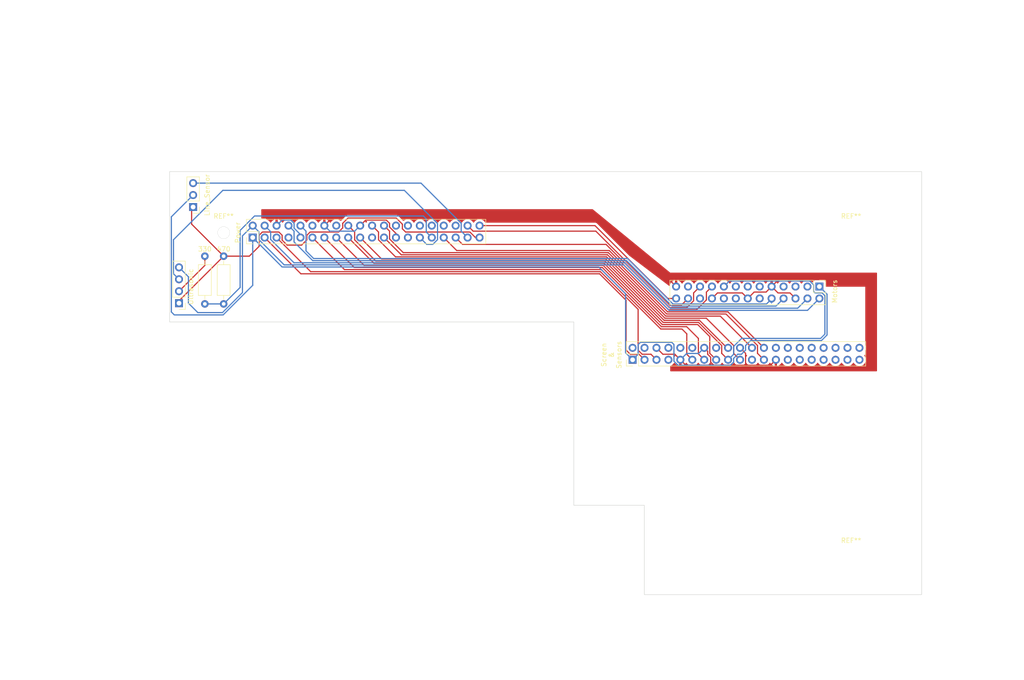
<source format=kicad_pcb>
(kicad_pcb (version 20221018) (generator pcbnew)
  (layers (0 "F.Cu" signal) (31 "B.Cu" signal) (34 "B.Paste" user) (35 "F.Paste" user) (36 "B.SilkS" user "B.Silkscreen") (37 "F.SilkS" user "F.Silkscreen") (38 "B.Mask" user) (39 "F.Mask" user) (44 "Edge.Cuts" user))
  (net 0 "")
  (net 1 "Net-(Ultrasonic_Holes1-Echo)")
  (net 2 "Net-(Ultrasonic_Holes1-VCC)")
  (net 3 "Net-(Line_Sensor_Holes1-VCC)")
  (net 25 "Net-(Line_Sensor_Holes1-Ground)")
  (net 39 "Net-(Raspberry_Pi1-GCLK2{slash}GPIO6)")
  (net 40 "Net-(Line_Sensor_Holes1-Out)")
  (net 41 "Net-(Motors_Header1-3V3_Power-Pad17)")
  (net 42 "Net-(Motors_Header1-5V_Power-Pad4)")
  (net 43 "Net-(Motors_Header1-GPIO_14)")
  (net 44 "Net-(Motors_Header1-GPIO_15)")
  (net 45 "Net-(Motors_Header1-Ground-Pad14)")
  (net 46 "Net-(Motors_Header1-GPIO_13)")
  (net 47 "Net-(Motors_Header1-GPIO_19)")
  (net 48 "Net-(Motors_Header1-GPIO_20)")
  (net 49 "Net-(Motors_Header1-GPIO_21)")
  (net 50 "Net-(Raspberry_Pi1-SDA{slash}GPIO2)")
  (net 51 "Net-(Raspberry_Pi1-SCL{slash}GPIO3)")
  (net 53 "Net-(Raspberry_Pi1-GPIO17)")
  (net 55 "Net-(Raspberry_Pi1-GPIO27)")
  (net 56 "Net-(Raspberry_Pi1-GPIO22)")
  (net 58 "Net-(Raspberry_Pi1-GPIO24)")
  (net 59 "Net-(Raspberry_Pi1-MOSI0{slash}GPIO10)")
  (net 61 "Net-(Raspberry_Pi1-GPIO25)")
  (net 62 "Net-(Raspberry_Pi1-SCLK0{slash}GPIO11)")
  (net 63 "Net-(Raspberry_Pi1-~{CE0}{slash}GPIO8)")
  (net 67 "Net-(Raspberry_Pi1-GCLK1{slash}GPIO5)")
  (footprint "Connector_PinHeader_2.54mm:PinHeader_1x04_P2.54mm_Vertical" (layer "F.Cu") (at 81 100 180)
    (fp_text reference "Ultrasonic" (at -2.5 3.5 90) (layer "F.SilkS"))
    (fp_text value "Conn_01x04_Socket")
    (fp_line (start -1.33 -1.33) (end 0 -1.33) (stroke (width 0.12)) (layer "F.SilkS"))
    (fp_line (start -1.33 0) (end -1.33 -1.33) (stroke (width 0.12)) (layer "F.SilkS"))
    (fp_line (start -1.33 1.27) (end -1.33 8.95) (stroke (width 0.12)) (layer "F.SilkS"))
    (fp_line (start -1.33 1.27) (end 1.33 1.27) (stroke (width 0.12)) (layer "F.SilkS"))
    (fp_line (start -1.33 8.95) (end 1.33 8.95) (stroke (width 0.12)) (layer "F.SilkS"))
    (fp_line (start 1.33 1.27) (end 1.33 8.95) (stroke (width 0.12)) (layer "F.SilkS"))
    (pad "1" thru_hole rect (at 0 0 180) (size 1.7 1.7) (drill 1) (layers "*.Cu" "*.Mask") (net 25 "Net-(Line_Sensor_Holes1-Ground)"))
    (pad "2" thru_hole oval (at 0 2.54 180) (size 1.7 1.7) (drill 1) (layers "*.Cu" "*.Mask") (net 1 "Net-(Ultrasonic_Holes1-Echo)"))
    (pad "3" thru_hole oval (at 0 5.08 180) (size 1.7 1.7) (drill 1) (layers "*.Cu" "*.Mask") (net 67 "Net-(Raspberry_Pi1-GCLK1{slash}GPIO5)"))
    (pad "4" thru_hole oval (at 0 7.62 180) (size 1.7 1.7) (drill 1) (layers "*.Cu" "*.Mask") (net 2 "Net-(Ultrasonic_Holes1-VCC)"))
  )
  (footprint "Connector_PinHeader_2.54mm:PinHeader_2x13_P2.54mm_Vertical" (layer "F.Cu") (at 217.24 96.46 -90)
    (fp_text reference "Motors" (at 1.04 -3.26 90) (layer "F.SilkS"))
    (fp_text value "Conn_02x13_Odd_Even" hide)
    (fp_line (start -1.33 -1.33) (end 0 -1.33) (stroke (width 0.12)) (layer "F.SilkS"))
    (fp_line (start -1.33 0) (end -1.33 -1.33) (stroke (width 0.12)) (layer "F.SilkS"))
    (fp_line (start -1.33 1.27) (end -1.33 31.81) (stroke (width 0.12)) (layer "F.SilkS"))
    (fp_line (start -1.33 1.27) (end 1.27 1.27) (stroke (width 0.12)) (layer "F.SilkS"))
    (fp_line (start -1.33 31.81) (end 3.87 31.81) (stroke (width 0.12)) (layer "F.SilkS"))
    (fp_line (start 1.27 -1.33) (end 3.87 -1.33) (stroke (width 0.12)) (layer "F.SilkS"))
    (fp_line (start 1.27 1.27) (end 1.27 -1.33) (stroke (width 0.12)) (layer "F.SilkS"))
    (fp_line (start 3.87 -1.33) (end 3.87 31.81) (stroke (width 0.12)) (layer "F.SilkS"))
    (pad "1" thru_hole rect (at 0 0 270) (size 1.7 1.7) (drill 1) (layers "*.Cu" "*.Mask") (net 3 "Net-(Line_Sensor_Holes1-VCC)"))
    (pad "2" thru_hole oval (at 2.54 0 270) (size 1.7 1.7) (drill 1) (layers "*.Cu" "*.Mask") (net 2 "Net-(Ultrasonic_Holes1-VCC)"))
    (pad "3" thru_hole oval (at 0 2.54 270) (size 1.7 1.7) (drill 1) (layers "*.Cu" "*.Mask"))
    (pad "4" thru_hole oval (at 2.54 2.54 270) (size 1.7 1.7) (drill 1) (layers "*.Cu" "*.Mask") (net 42 "Net-(Motors_Header1-5V_Power-Pad4)"))
    (pad "5" thru_hole oval (at 0 5.08 270) (size 1.7 1.7) (drill 1) (layers "*.Cu" "*.Mask"))
    (pad "6" thru_hole oval (at 2.54 5.08 270) (size 1.7 1.7) (drill 1) (layers "*.Cu" "*.Mask") (net 45 "Net-(Motors_Header1-Ground-Pad14)"))
    (pad "7" thru_hole oval (at 0 7.62 270) (size 1.7 1.7) (drill 1) (layers "*.Cu" "*.Mask"))
    (pad "8" thru_hole oval (at 2.54 7.62 270) (size 1.7 1.7) (drill 1) (layers "*.Cu" "*.Mask") (net 43 "Net-(Motors_Header1-GPIO_14)"))
    (pad "9" thru_hole oval (at 0 10.16 270) (size 1.7 1.7) (drill 1) (layers "*.Cu" "*.Mask") (net 45 "Net-(Motors_Header1-Ground-Pad14)"))
    (pad "10" thru_hole oval (at 2.54 10.16 270) (size 1.7 1.7) (drill 1) (layers "*.Cu" "*.Mask") (net 44 "Net-(Motors_Header1-GPIO_15)"))
    (pad "11" thru_hole oval (at 0 12.7 270) (size 1.7 1.7) (drill 1) (layers "*.Cu" "*.Mask"))
    (pad "12" thru_hole oval (at 2.54 12.7 270) (size 1.7 1.7) (drill 1) (layers "*.Cu" "*.Mask"))
    (pad "13" thru_hole oval (at 0 15.24 270) (size 1.7 1.7) (drill 1) (layers "*.Cu" "*.Mask"))
    (pad "14" thru_hole oval (at 2.54 15.24 270) (size 1.7 1.7) (drill 1) (layers "*.Cu" "*.Mask") (net 45 "Net-(Motors_Header1-Ground-Pad14)"))
    (pad "15" thru_hole oval (at 0 17.78 270) (size 1.7 1.7) (drill 1) (layers "*.Cu" "*.Mask"))
    (pad "16" thru_hole oval (at 2.54 17.78 270) (size 1.7 1.7) (drill 1) (layers "*.Cu" "*.Mask"))
    (pad "17" thru_hole oval (at 0 20.32 270) (size 1.7 1.7) (drill 1) (layers "*.Cu" "*.Mask") (net 41 "Net-(Motors_Header1-3V3_Power-Pad17)"))
    (pad "18" thru_hole oval (at 2.54 20.32 270) (size 1.7 1.7) (drill 1) (layers "*.Cu" "*.Mask"))
    (pad "19" thru_hole oval (at 0 22.86 270) (size 1.7 1.7) (drill 1) (layers "*.Cu" "*.Mask") (net 46 "Net-(Motors_Header1-GPIO_13)"))
    (pad "20" thru_hole oval (at 2.54 22.86 270) (size 1.7 1.7) (drill 1) (layers "*.Cu" "*.Mask") (net 45 "Net-(Motors_Header1-Ground-Pad14)"))
    (pad "21" thru_hole oval (at 0 25.4 270) (size 1.7 1.7) (drill 1) (layers "*.Cu" "*.Mask") (net 47 "Net-(Motors_Header1-GPIO_19)"))
    (pad "22" thru_hole oval (at 2.54 25.4 270) (size 1.7 1.7) (drill 1) (layers "*.Cu" "*.Mask"))
    (pad "23" thru_hole oval (at 0 27.94 270) (size 1.7 1.7) (drill 1) (layers "*.Cu" "*.Mask"))
    (pad "24" thru_hole oval (at 2.54 27.94 270) (size 1.7 1.7) (drill 1) (layers "*.Cu" "*.Mask") (net 48 "Net-(Motors_Header1-GPIO_20)"))
    (pad "25" thru_hole oval (at 0 30.48 270) (size 1.7 1.7) (drill 1) (layers "*.Cu" "*.Mask") (net 45 "Net-(Motors_Header1-Ground-Pad14)"))
    (pad "26" thru_hole oval (at 2.54 30.48 270) (size 1.7 1.7) (drill 1) (layers "*.Cu" "*.Mask") (net 49 "Net-(Motors_Header1-GPIO_21)"))
  )
  (footprint "Connector_PinHeader_2.54mm:PinHeader_2x20_P2.54mm_Vertical" (layer "F.Cu") (at 177.5 112.04 90)
    (fp_text reference "Screen_and_Sensor_Header1" hide)
    (fp_text value "Screen_and_Sensor" hide)
    (fp_line (start -1.33 -1.33) (end 0 -1.33) (stroke (width 0.12)) (layer "F.SilkS"))
    (fp_line (start -1.33 0) (end -1.33 -1.33) (stroke (width 0.12)) (layer "F.SilkS"))
    (fp_line (start -1.33 1.27) (end -1.33 49.59) (stroke (width 0.12)) (layer "F.SilkS"))
    (fp_line (start -1.33 1.27) (end 1.27 1.27) (stroke (width 0.12)) (layer "F.SilkS"))
    (fp_line (start -1.33 49.59) (end 3.87 49.59) (stroke (width 0.12)) (layer "F.SilkS"))
    (fp_line (start 1.27 -1.33) (end 3.87 -1.33) (stroke (width 0.12)) (layer "F.SilkS"))
    (fp_line (start 1.27 1.27) (end 1.27 -1.33) (stroke (width 0.12)) (layer "F.SilkS"))
    (fp_line (start 3.87 -1.33) (end 3.87 49.59) (stroke (width 0.12)) (layer "F.SilkS"))
    (pad "1" thru_hole rect (at 0 0 90) (size 1.7 1.7) (drill 1) (layers "*.Cu" "*.Mask") (net 3 "Net-(Line_Sensor_Holes1-VCC)"))
    (pad "2" thru_hole oval (at 2.54 0 90) (size 1.7 1.7) (drill 1) (layers "*.Cu" "*.Mask"))
    (pad "3" thru_hole oval (at 0 2.54 90) (size 1.7 1.7) (drill 1) (layers "*.Cu" "*.Mask") (net 50 "Net-(Raspberry_Pi1-SDA{slash}GPIO2)"))
    (pad "4" thru_hole oval (at 2.54 2.54 90) (size 1.7 1.7) (drill 1) (layers "*.Cu" "*.Mask"))
    (pad "5" thru_hole oval (at 0 5.08 90) (size 1.7 1.7) (drill 1) (layers "*.Cu" "*.Mask") (net 51 "Net-(Raspberry_Pi1-SCL{slash}GPIO3)"))
    (pad "6" thru_hole oval (at 2.54 5.08 90) (size 1.7 1.7) (drill 1) (layers "*.Cu" "*.Mask") (net 45 "Net-(Motors_Header1-Ground-Pad14)"))
    (pad "7" thru_hole oval (at 0 7.62 90) (size 1.7 1.7) (drill 1) (layers "*.Cu" "*.Mask"))
    (pad "8" thru_hole oval (at 2.54 7.62 90) (size 1.7 1.7) (drill 1) (layers "*.Cu" "*.Mask"))
    (pad "9" thru_hole oval (at 0 10.16 90) (size 1.7 1.7) (drill 1) (layers "*.Cu" "*.Mask") (net 45 "Net-(Motors_Header1-Ground-Pad14)"))
    (pad "10" thru_hole oval (at 2.54 10.16 90) (size 1.7 1.7) (drill 1) (layers "*.Cu" "*.Mask"))
    (pad "11" thru_hole oval (at 0 12.7 90) (size 1.7 1.7) (drill 1) (layers "*.Cu" "*.Mask") (net 53 "Net-(Raspberry_Pi1-GPIO17)"))
    (pad "12" thru_hole oval (at 2.54 12.7 90) (size 1.7 1.7) (drill 1) (layers "*.Cu" "*.Mask"))
    (pad "13" thru_hole oval (at 0 15.24 90) (size 1.7 1.7) (drill 1) (layers "*.Cu" "*.Mask") (net 55 "Net-(Raspberry_Pi1-GPIO27)"))
    (pad "14" thru_hole oval (at 2.54 15.24 90) (size 1.7 1.7) (drill 1) (layers "*.Cu" "*.Mask") (net 45 "Net-(Motors_Header1-Ground-Pad14)"))
    (pad "15" thru_hole oval (at 0 17.78 90) (size 1.7 1.7) (drill 1) (layers "*.Cu" "*.Mask") (net 56 "Net-(Raspberry_Pi1-GPIO22)"))
    (pad "16" thru_hole oval (at 2.54 17.78 90) (size 1.7 1.7) (drill 1) (layers "*.Cu" "*.Mask"))
    (pad "17" thru_hole oval (at 0 20.32 90) (size 1.7 1.7) (drill 1) (layers "*.Cu" "*.Mask") (net 41 "Net-(Motors_Header1-3V3_Power-Pad17)"))
    (pad "18" thru_hole oval (at 2.54 20.32 90) (size 1.7 1.7) (drill 1) (layers "*.Cu" "*.Mask") (net 58 "Net-(Raspberry_Pi1-GPIO24)"))
    (pad "19" thru_hole oval (at 0 22.86 90) (size 1.7 1.7) (drill 1) (layers "*.Cu" "*.Mask") (net 59 "Net-(Raspberry_Pi1-MOSI0{slash}GPIO10)"))
    (pad "20" thru_hole oval (at 2.54 22.86 90) (size 1.7 1.7) (drill 1) (layers "*.Cu" "*.Mask") (net 45 "Net-(Motors_Header1-Ground-Pad14)"))
    (pad "21" thru_hole oval (at 0 25.4 90) (size 1.7 1.7) (drill 1) (layers "*.Cu" "*.Mask"))
    (pad "22" thru_hole oval (at 2.54 25.4 90) (size 1.7 1.7) (drill 1) (layers "*.Cu" "*.Mask") (net 61 "Net-(Raspberry_Pi1-GPIO25)"))
    (pad "23" thru_hole oval (at 0 27.94 90) (size 1.7 1.7) (drill 1) (layers "*.Cu" "*.Mask") (net 62 "Net-(Raspberry_Pi1-SCLK0{slash}GPIO11)"))
    (pad "24" thru_hole oval (at 2.54 27.94 90) (size 1.7 1.7) (drill 1) (layers "*.Cu" "*.Mask") (net 63 "Net-(Raspberry_Pi1-~{CE0}{slash}GPIO8)"))
    (pad "25" thru_hole oval (at 0 30.48 90) (size 1.7 1.7) (drill 1) (layers "*.Cu" "*.Mask") (net 45 "Net-(Motors_Header1-Ground-Pad14)"))
    (pad "26" thru_hole oval (at 2.54 30.48 90) (size 1.7 1.7) (drill 1) (layers "*.Cu" "*.Mask"))
    (pad "27" thru_hole oval (at 0 33.02 90) (size 1.7 1.7) (drill 1) (layers "*.Cu" "*.Mask"))
    (pad "28" thru_hole oval (at 2.54 33.02 90) (size 1.7 1.7) (drill 1) (layers "*.Cu" "*.Mask"))
    (pad "29" thru_hole oval (at 0 35.56 90) (size 1.7 1.7) (drill 1) (layers "*.Cu" "*.Mask"))
    (pad "30" thru_hole oval (at 2.54 35.56 90) (size 1.7 1.7) (drill 1) (layers "*.Cu" "*.Mask"))
    (pad "31" thru_hole oval (at 0 38.1 90) (size 1.7 1.7) (drill 1) (layers "*.Cu" "*.Mask"))
    (pad "32" thru_hole oval (at 2.54 38.1 90) (size 1.7 1.7) (drill 1) (layers "*.Cu" "*.Mask"))
    (pad "33" thru_hole oval (at 0 40.64 90) (size 1.7 1.7) (drill 1) (layers "*.Cu" "*.Mask"))
    (pad "34" thru_hole oval (at 2.54 40.64 90) (size 1.7 1.7) (drill 1) (layers "*.Cu" "*.Mask"))
    (pad "35" thru_hole oval (at 0 43.18 90) (size 1.7 1.7) (drill 1) (layers "*.Cu" "*.Mask"))
    (pad "36" thru_hole oval (at 2.54 43.18 90) (size 1.7 1.7) (drill 1) (layers "*.Cu" "*.Mask"))
    (pad "37" thru_hole oval (at 0 45.72 90) (size 1.7 1.7) (drill 1) (layers "*.Cu" "*.Mask"))
    (pad "38" thru_hole oval (at 2.54 45.72 90) (size 1.7 1.7) (drill 1) (layers "*.Cu" "*.Mask"))
    (pad "39" thru_hole oval (at 0 48.26 90) (size 1.7 1.7) (drill 1) (layers "*.Cu" "*.Mask"))
    (pad "40" thru_hole oval (at 2.54 48.26 90) (size 1.7 1.7) (drill 1) (layers "*.Cu" "*.Mask"))
  )
  (footprint "Resistor_THT:R_Axial_DIN0207_L6.3mm_D2.5mm_P10.16mm_Horizontal" (layer "F.Cu") (at 90.5 100.16 90)
    (fp_text reference "470" (at 11.66 0 180) (layer "F.SilkS"))
    (fp_text value "R_Small")
    (fp_line (start 1.04 0) (end 1.81 0) (stroke (width 0.12)) (layer "F.SilkS"))
    (fp_line (start 1.81 -1.37) (end 1.81 1.37) (stroke (width 0.12)) (layer "F.SilkS"))
    (fp_line (start 1.81 1.37) (end 8.35 1.37) (stroke (width 0.12)) (layer "F.SilkS"))
    (fp_line (start 8.35 -1.37) (end 1.81 -1.37) (stroke (width 0.12)) (layer "F.SilkS"))
    (fp_line (start 8.35 1.37) (end 8.35 -1.37) (stroke (width 0.12)) (layer "F.SilkS"))
    (fp_line (start 9.12 0) (end 8.35 0) (stroke (width 0.12)) (layer "F.SilkS"))
    (pad "1" thru_hole circle (at 0 0 90) (size 1.6 1.6) (drill 0.8) (layers "*.Cu" "*.Mask") (net 39 "Net-(Raspberry_Pi1-GCLK2{slash}GPIO6)"))
    (pad "2" thru_hole oval (at 10.16 0 90) (size 1.6 1.6) (drill 0.8) (layers "*.Cu" "*.Mask") (net 25 "Net-(Line_Sensor_Holes1-Ground)"))
  )
  (footprint "MountingHole:MountingHole_2.5mm" (layer "F.Cu") (at 224 154)
    (fp_text reference "REF**" (at 0 -3.5) (layer "F.SilkS"))
    (fp_text value "MountingHole_2.5mm")
    (pad "" np_thru_hole circle (at 0 0) (size 2.5 2.5) (drill 2.5) (layers "*.Cu" "*.Mask"))
  )
  (footprint "Connector_PinHeader_2.54mm:PinHeader_2x20_P2.54mm_Vertical" (layer "F.Cu") (at 96.68 86.04 90)
    (fp_text reference "Raspberry_Pi1" hide)
    (fp_text value "Power" (at 1.04 -3.18 270) (layer "F.SilkS"))
    (fp_line (start -1.33 -1.33) (end 0 -1.33) (stroke (width 0.12)) (layer "F.SilkS"))
    (fp_line (start -1.33 0) (end -1.33 -1.33) (stroke (width 0.12)) (layer "F.SilkS"))
    (fp_line (start -1.33 1.27) (end -1.33 49.59) (stroke (width 0.12)) (layer "F.SilkS"))
    (fp_line (start -1.33 1.27) (end 1.27 1.27) (stroke (width 0.12)) (layer "F.SilkS"))
    (fp_line (start -1.33 49.59) (end 3.87 49.59) (stroke (width 0.12)) (layer "F.SilkS"))
    (fp_line (start 1.27 -1.33) (end 3.87 -1.33) (stroke (width 0.12)) (layer "F.SilkS"))
    (fp_line (start 1.27 1.27) (end 1.27 -1.33) (stroke (width 0.12)) (layer "F.SilkS"))
    (fp_line (start 3.87 -1.33) (end 3.87 49.59) (stroke (width 0.12)) (layer "F.SilkS"))
    (pad "1" thru_hole rect (at 0 0 90) (size 1.7 1.7) (drill 1) (layers "*.Cu" "*.Mask") (net 3 "Net-(Line_Sensor_Holes1-VCC)"))
    (pad "2" thru_hole oval (at 2.54 0 90) (size 1.7 1.7) (drill 1) (layers "*.Cu" "*.Mask") (net 2 "Net-(Ultrasonic_Holes1-VCC)"))
    (pad "3" thru_hole oval (at 0 2.54 90) (size 1.7 1.7) (drill 1) (layers "*.Cu" "*.Mask") (net 50 "Net-(Raspberry_Pi1-SDA{slash}GPIO2)"))
    (pad "4" thru_hole oval (at 2.54 2.54 90) (size 1.7 1.7) (drill 1) (layers "*.Cu" "*.Mask") (net 42 "Net-(Motors_Header1-5V_Power-Pad4)"))
    (pad "5" thru_hole oval (at 0 5.08 90) (size 1.7 1.7) (drill 1) (layers "*.Cu" "*.Mask") (net 51 "Net-(Raspberry_Pi1-SCL{slash}GPIO3)"))
    (pad "6" thru_hole oval (at 2.54 5.08 90) (size 1.7 1.7) (drill 1) (layers "*.Cu" "*.Mask") (net 45 "Net-(Motors_Header1-Ground-Pad14)"))
    (pad "7" thru_hole oval (at 0 7.62 90) (size 1.7 1.7) (drill 1) (layers "*.Cu" "*.Mask"))
    (pad "8" thru_hole oval (at 2.54 7.62 90) (size 1.7 1.7) (drill 1) (layers "*.Cu" "*.Mask") (net 43 "Net-(Motors_Header1-GPIO_14)"))
    (pad "9" thru_hole oval (at 0 10.16 90) (size 1.7 1.7) (drill 1) (layers "*.Cu" "*.Mask") (net 45 "Net-(Motors_Header1-Ground-Pad14)"))
    (pad "10" thru_hole oval (at 2.54 10.16 90) (size 1.7 1.7) (drill 1) (layers "*.Cu" "*.Mask") (net 44 "Net-(Motors_Header1-GPIO_15)"))
    (pad "11" thru_hole oval (at 0 12.7 90) (size 1.7 1.7) (drill 1) (layers "*.Cu" "*.Mask") (net 53 "Net-(Raspberry_Pi1-GPIO17)"))
    (pad "12" thru_hole oval (at 2.54 12.7 90) (size 1.7 1.7) (drill 1) (layers "*.Cu" "*.Mask"))
    (pad "13" thru_hole oval (at 0 15.24 90) (size 1.7 1.7) (drill 1) (layers "*.Cu" "*.Mask") (net 55 "Net-(Raspberry_Pi1-GPIO27)"))
    (pad "14" thru_hole oval (at 2.54 15.24 90) (size 1.7 1.7) (drill 1) (layers "*.Cu" "*.Mask") (net 45 "Net-(Motors_Header1-Ground-Pad14)"))
    (pad "15" thru_hole oval (at 0 17.78 90) (size 1.7 1.7) (drill 1) (layers "*.Cu" "*.Mask") (net 56 "Net-(Raspberry_Pi1-GPIO22)"))
    (pad "16" thru_hole oval (at 2.54 17.78 90) (size 1.7 1.7) (drill 1) (layers "*.Cu" "*.Mask"))
    (pad "17" thru_hole oval (at 0 20.32 90) (size 1.7 1.7) (drill 1) (layers "*.Cu" "*.Mask") (net 41 "Net-(Motors_Header1-3V3_Power-Pad17)"))
    (pad "18" thru_hole oval (at 2.54 20.32 90) (size 1.7 1.7) (drill 1) (layers "*.Cu" "*.Mask") (net 58 "Net-(Raspberry_Pi1-GPIO24)"))
    (pad "19" thru_hole oval (at 0 22.86 90) (size 1.7 1.7) (drill 1) (layers "*.Cu" "*.Mask") (net 59 "Net-(Raspberry_Pi1-MOSI0{slash}GPIO10)"))
    (pad "20" thru_hole oval (at 2.54 22.86 90) (size 1.7 1.7) (drill 1) (layers "*.Cu" "*.Mask") (net 45 "Net-(Motors_Header1-Ground-Pad14)"))
    (pad "21" thru_hole oval (at 0 25.4 90) (size 1.7 1.7) (drill 1) (layers "*.Cu" "*.Mask"))
    (pad "22" thru_hole oval (at 2.54 25.4 90) (size 1.7 1.7) (drill 1) (layers "*.Cu" "*.Mask") (net 61 "Net-(Raspberry_Pi1-GPIO25)"))
    (pad "23" thru_hole oval (at 0 27.94 90) (size 1.7 1.7) (drill 1) (layers "*.Cu" "*.Mask") (net 62 "Net-(Raspberry_Pi1-SCLK0{slash}GPIO11)"))
    (pad "24" thru_hole oval (at 2.54 27.94 90) (size 1.7 1.7) (drill 1) (layers "*.Cu" "*.Mask") (net 63 "Net-(Raspberry_Pi1-~{CE0}{slash}GPIO8)"))
    (pad "25" thru_hole oval (at 0 30.48 90) (size 1.7 1.7) (drill 1) (layers "*.Cu" "*.Mask") (net 45 "Net-(Motors_Header1-Ground-Pad14)"))
    (pad "26" thru_hole oval (at 2.54 30.48 90) (size 1.7 1.7) (drill 1) (layers "*.Cu" "*.Mask"))
    (pad "27" thru_hole oval (at 0 33.02 90) (size 1.7 1.7) (drill 1) (layers "*.Cu" "*.Mask"))
    (pad "28" thru_hole oval (at 2.54 33.02 90) (size 1.7 1.7) (drill 1) (layers "*.Cu" "*.Mask"))
    (pad "29" thru_hole oval (at 0 35.56 90) (size 1.7 1.7) (drill 1) (layers "*.Cu" "*.Mask") (net 67 "Net-(Raspberry_Pi1-GCLK1{slash}GPIO5)"))
    (pad "30" thru_hole oval (at 2.54 35.56 90) (size 1.7 1.7) (drill 1) (layers "*.Cu" "*.Mask"))
    (pad "31" thru_hole oval (at 0 38.1 90) (size 1.7 1.7) (drill 1) (layers "*.Cu" "*.Mask") (net 39 "Net-(Raspberry_Pi1-GCLK2{slash}GPIO6)"))
    (pad "32" thru_hole oval (at 2.54 38.1 90) (size 1.7 1.7) (drill 1) (layers "*.Cu" "*.Mask"))
    (pad "33" thru_hole oval (at 0 40.64 90) (size 1.7 1.7) (drill 1) (layers "*.Cu" "*.Mask") (net 46 "Net-(Motors_Header1-GPIO_13)"))
    (pad "34" thru_hole oval (at 2.54 40.64 90) (size 1.7 1.7) (drill 1) (layers "*.Cu" "*.Mask"))
    (pad "35" thru_hole oval (at 0 43.18 90) (size 1.7 1.7) (drill 1) (layers "*.Cu" "*.Mask") (net 47 "Net-(Motors_Header1-GPIO_19)"))
    (pad "36" thru_hole oval (at 2.54 43.18 90) (size 1.7 1.7) (drill 1) (layers "*.Cu" "*.Mask"))
    (pad "37" thru_hole oval (at 0 45.72 90) (size 1.7 1.7) (drill 1) (layers "*.Cu" "*.Mask") (net 40 "Net-(Line_Sensor_Holes1-Out)"))
    (pad "38" thru_hole oval (at 2.54 45.72 90) (size 1.7 1.7) (drill 1) (layers "*.Cu" "*.Mask") (net 48 "Net-(Motors_Header1-GPIO_20)"))
    (pad "39" thru_hole oval (at 0 48.26 90) (size 1.7 1.7) (drill 1) (layers "*.Cu" "*.Mask") (net 25 "Net-(Line_Sensor_Holes1-Ground)"))
    (pad "40" thru_hole oval (at 2.54 48.26 90) (size 1.7 1.7) (drill 1) (layers "*.Cu" "*.Mask") (net 49 "Net-(Motors_Header1-GPIO_21)"))
  )
  (footprint "Resistor_THT:R_Axial_DIN0207_L6.3mm_D2.5mm_P10.16mm_Horizontal" (layer "F.Cu") (at 86.5 100.16 90)
    (fp_text reference "330" (at 11.66 0 180) (layer "F.SilkS"))
    (fp_text value "R_Small")
    (fp_line (start 1.04 0) (end 1.81 0) (stroke (width 0.12)) (layer "F.SilkS"))
    (fp_line (start 1.81 -1.37) (end 1.81 1.37) (stroke (width 0.12)) (layer "F.SilkS"))
    (fp_line (start 1.81 1.37) (end 8.35 1.37) (stroke (width 0.12)) (layer "F.SilkS"))
    (fp_line (start 8.35 -1.37) (end 1.81 -1.37) (stroke (width 0.12)) (layer "F.SilkS"))
    (fp_line (start 8.35 1.37) (end 8.35 -1.37) (stroke (width 0.12)) (layer "F.SilkS"))
    (fp_line (start 9.12 0) (end 8.35 0) (stroke (width 0.12)) (layer "F.SilkS"))
    (pad "1" thru_hole circle (at 0 0 90) (size 1.6 1.6) (drill 0.8) (layers "*.Cu" "*.Mask") (net 39 "Net-(Raspberry_Pi1-GCLK2{slash}GPIO6)"))
    (pad "2" thru_hole oval (at 10.16 0 90) (size 1.6 1.6) (drill 0.8) (layers "*.Cu" "*.Mask") (net 1 "Net-(Ultrasonic_Holes1-Echo)"))
  )
  (footprint "MountingHole:MountingHole_2.5mm" (layer "F.Cu") (at 90.5 85)
    (fp_text reference "REF**" (at 0 -3.5) (layer "F.SilkS"))
    (fp_text value "MountingHole_2.5mm")
    (pad "" np_thru_hole circle (at 0 0) (size 2.5 2.5) (drill 2.5) (layers "*.Cu" "*.Mask"))
  )
  (footprint "Connector_PinHeader_2.54mm:PinHeader_1x03_P2.54mm_Vertical" (layer "F.Cu") (at 84 79.54 180)
    (fp_text reference "Line_Sensor" (at -3 2.54 90) (layer "F.SilkS"))
    (fp_text value "Conn_01x03_Socket")
    (fp_line (start -1.33 -1.33) (end 0 -1.33) (stroke (width 0.12)) (layer "F.SilkS"))
    (fp_line (start -1.33 0) (end -1.33 -1.33) (stroke (width 0.12)) (layer "F.SilkS"))
    (fp_line (start -1.33 1.27) (end -1.33 6.41) (stroke (width 0.12)) (layer "F.SilkS"))
    (fp_line (start -1.33 1.27) (end 1.33 1.27) (stroke (width 0.12)) (layer "F.SilkS"))
    (fp_line (start -1.33 6.41) (end 1.33 6.41) (stroke (width 0.12)) (layer "F.SilkS"))
    (fp_line (start 1.33 1.27) (end 1.33 6.41) (stroke (width 0.12)) (layer "F.SilkS"))
    (pad "1" thru_hole rect (at 0 0 180) (size 1.7 1.7) (drill 1) (layers "*.Cu" "*.Mask") (net 25 "Net-(Line_Sensor_Holes1-Ground)"))
    (pad "2" thru_hole oval (at 0 2.54 180) (size 1.7 1.7) (drill 1) (layers "*.Cu" "*.Mask") (net 3 "Net-(Line_Sensor_Holes1-VCC)"))
    (pad "3" thru_hole oval (at 0 5.08 180) (size 1.7 1.7) (drill 1) (layers "*.Cu" "*.Mask") (net 40 "Net-(Line_Sensor_Holes1-Out)"))
  )
  (footprint "MountingHole:MountingHole_2.5mm" (layer "F.Cu") (at 224 85)
    (fp_text reference "REF**" (at 0 -3.5) (layer "F.SilkS"))
    (fp_text value "MountingHole_2.5mm")
    (pad "" np_thru_hole circle (at 0 0) (size 2.5 2.5) (drill 2.5) (layers "*.Cu" "*.Mask"))
  )
  (gr_poly (pts (xy 79 104) (xy 165 104) (xy 165 143) (xy 180 143) (xy 180 162) (xy 239 162) (xy 239 72) (xy 79 72)) (stroke (width 0.1)) (fill none) (layer "Edge.Cuts"))
  (gr_circle (center 90.5 85) (end 91.75 85) (stroke (width 0.1)) (fill none) (layer "Edge.Cuts"))
  (gr_text "Screen\n&\nSensors" (at 173 111 90) (layer "F.SilkS") (effects (font (size 1 1))))
  (segment (start 86.5 91.96) (end 81 97.46) (width 0.25) (layer "F.Cu") (net 1))
  (segment (start 86.5 90) (end 86.5 91.96) (width 0.25) (layer "F.Cu") (net 1))
  (segment (start 98 84.82) (end 98 86.481701) (width 0.25) (layer "B.Cu") (net 2))
  (segment (start 90.250991 102) (end 85 102) (width 0.25) (layer "B.Cu") (net 2))
  (segment (start 83 94.38) (end 81 92.38) (width 0.25) (layer "B.Cu") (net 2))
  (segment (start 85 102) (end 83 100) (width 0.25) (layer "B.Cu") (net 2))
  (segment (start 214.715 101.525) (end 217.24 99) (width 0.25) (layer "B.Cu") (net 2))
  (segment (start 175.6 91.85) (end 185.275 101.525) (width 0.25) (layer "B.Cu") (net 2))
  (segment (start 96.68 83.5) (end 98 84.82) (width 0.25) (layer "B.Cu") (net 2))
  (segment (start 98 86.481701) (end 103.368299 91.85) (width 0.25) (layer "B.Cu") (net 2))
  (segment (start 185.275 101.525) (end 214.715 101.525) (width 0.25) (layer "B.Cu") (net 2))
  (segment (start 96.68 83.5) (end 94.5 85.68) (width 0.25) (layer "B.Cu") (net 2))
  (segment (start 94.5 85.68) (end 94.5 97.750991) (width 0.25) (layer "B.Cu") (net 2))
  (segment (start 94.5 97.750991) (end 90.250991 102) (width 0.25) (layer "B.Cu") (net 2))
  (segment (start 103.368299 91.85) (end 175.6 91.85) (width 0.25) (layer "B.Cu") (net 2))
  (segment (start 83 100) (end 83 94.38) (width 0.25) (layer "B.Cu") (net 2))
  (segment (start 102.94 92.3) (end 170.3 92.3) (width 0.25) (layer "B.Cu") (net 3))
  (segment (start 170.3 92.3) (end 176 98) (width 0.25) (layer "B.Cu") (net 3))
  (segment (start 90.387387 102.5) (end 96.68 96.207387) (width 0.25) (layer "B.Cu") (net 3))
  (segment (start 96.68 96.207387) (end 96.68 86.04) (width 0.25) (layer "B.Cu") (net 3))
  (segment (start 179.175001 108.325) (end 178.675 108.825001) (width 0.25) (layer "B.Cu") (net 3))
  (segment (start 217.24 96.46) (end 218.865 98.085) (width 0.25) (layer "B.Cu") (net 3))
  (segment (start 79.375 81.625) (end 79.375 101.875) (width 0.25) (layer "B.Cu") (net 3))
  (segment (start 178.675 108.825001) (end 178.675 110.865) (width 0.25) (layer "B.Cu") (net 3))
  (segment (start 84 77) (end 79.375 81.625) (width 0.25) (layer "B.Cu") (net 3))
  (segment (start 217.686396 107.95) (end 202.598299 107.95) (width 0.25) (layer "B.Cu") (net 3))
  (segment (start 187.173299 113.215) (end 186.295 112.336701) (width 0.25) (layer "B.Cu") (net 3))
  (segment (start 80 102.5) (end 90.387387 102.5) (width 0.25) (layer "B.Cu") (net 3))
  (segment (start 96.68 86.04) (end 102.94 92.3) (width 0.25) (layer "B.Cu") (net 3))
  (segment (start 201.535 109.986701) (end 200.656701 110.865) (width 0.25) (layer "B.Cu") (net 3))
  (segment (start 176 98) (end 176 110.54) (width 0.25) (layer "B.Cu") (net 3))
  (segment (start 185.825 108.325) (end 179.175001 108.325) (width 0.25) (layer "B.Cu") (net 3))
  (segment (start 186.295 108.795) (end 185.825 108.325) (width 0.25) (layer "B.Cu") (net 3))
  (segment (start 200.656701 110.865) (end 199.873299 110.865) (width 0.25) (layer "B.Cu") (net 3))
  (segment (start 218.865 98.085) (end 218.865 106.771396) (width 0.25) (layer "B.Cu") (net 3))
  (segment (start 178.675 110.865) (end 177.5 112.04) (width 0.25) (layer "B.Cu") (net 3))
  (segment (start 186.295 112.336701) (end 186.295 108.795) (width 0.25) (layer "B.Cu") (net 3))
  (segment (start 198.995 111.743299) (end 198.995 112.526701) (width 0.25) (layer "B.Cu") (net 3))
  (segment (start 79.375 101.875) (end 80 102.5) (width 0.25) (layer "B.Cu") (net 3))
  (segment (start 218.865 106.771396) (end 217.686396 107.95) (width 0.25) (layer "B.Cu") (net 3))
  (segment (start 176 110.54) (end 177.5 112.04) (width 0.25) (layer "B.Cu") (net 3))
  (segment (start 198.995 112.526701) (end 198.306701 113.215) (width 0.25) (layer "B.Cu") (net 3))
  (segment (start 202.598299 107.95) (end 201.535 109.013299) (width 0.25) (layer "B.Cu") (net 3))
  (segment (start 198.306701 113.215) (end 187.173299 113.215) (width 0.25) (layer "B.Cu") (net 3))
  (segment (start 201.535 109.013299) (end 201.535 109.986701) (width 0.25) (layer "B.Cu") (net 3))
  (segment (start 199.873299 110.865) (end 198.995 111.743299) (width 0.25) (layer "B.Cu") (net 3))
  (segment (start 90.5 90) (end 83.681802 83.181802) (width 0.25) (layer "F.Cu") (net 25))
  (segment (start 142.886701 84.865) (end 144.061701 86.04) (width 0.25) (layer "F.Cu") (net 25))
  (segment (start 144.061701 86.04) (end 144.94 86.04) (width 0.25) (layer "F.Cu") (net 25))
  (segment (start 81 99.5) (end 90.5 90) (width 0.25) (layer "F.Cu") (net 25))
  (segment (start 102.935 86.578604) (end 104.004594 87.648198) (width 0.25) (layer "F.Cu") (net 25))
  (segment (start 114.946701 84.865) (end 115.825 83.986701) (width 0.25) (layer "F.Cu") (net 25))
  (segment (start 128.525 83.203299) (end 128.525 84.176701) (width 0.25) (layer "F.Cu") (net 25))
  (segment (start 115.825 83.986701) (end 115.825 83.013299) (width 0.25) (layer "F.Cu") (net 25))
  (segment (start 115.825 83.013299) (end 116.963299 81.875) (width 0.25) (layer "F.Cu") (net 25))
  (segment (start 98.045 87.903299) (end 98.045 85.553299) (width 0.25) (layer "F.Cu") (net 25))
  (segment (start 102.246701 84.865) (end 102.935 85.553299) (width 0.25) (layer "F.Cu") (net 25))
  (segment (start 129.213299 84.865) (end 142.886701 84.865) (width 0.25) (layer "F.Cu") (net 25))
  (segment (start 83.681802 83.181802) (end 83.681802 79.858198) (width 0.25) (layer "F.Cu") (net 25))
  (segment (start 104.004594 87.648198) (end 107.083503 87.648198) (width 0.25) (layer "F.Cu") (net 25))
  (segment (start 98.733299 84.865) (end 102.246701 84.865) (width 0.25) (layer "F.Cu") (net 25))
  (segment (start 128.525 84.176701) (end 129.213299 84.865) (width 0.25) (layer "F.Cu") (net 25))
  (segment (start 102.935 85.553299) (end 102.935 86.578604) (width 0.25) (layer "F.Cu") (net 25))
  (segment (start 108.205 85.553299) (end 108.893299 84.865) (width 0.25) (layer "F.Cu") (net 25))
  (segment (start 81 100) (end 81 99.5) (width 0.25) (layer "F.Cu") (net 25))
  (segment (start 108.205 86.526701) (end 108.205 85.553299) (width 0.25) (layer "F.Cu") (net 25))
  (segment (start 90.5 90) (end 95.948299 90) (width 0.25) (layer "F.Cu") (net 25))
  (segment (start 108.893299 84.865) (end 114.946701 84.865) (width 0.25) (layer "F.Cu") (net 25))
  (segment (start 98.045 85.553299) (end 98.733299 84.865) (width 0.25) (layer "F.Cu") (net 25))
  (segment (start 95.948299 90) (end 98.045 87.903299) (width 0.25) (layer "F.Cu") (net 25))
  (segment (start 116.963299 81.875) (end 127.196701 81.875) (width 0.25) (layer "F.Cu") (net 25))
  (segment (start 107.083503 87.648198) (end 108.205 86.526701) (width 0.25) (layer "F.Cu") (net 25))
  (segment (start 127.196701 81.875) (end 128.525 83.203299) (width 0.25) (layer "F.Cu") (net 25))
  (segment (start 86.5 100.16) (end 90.5 100.16) (width 0.25) (layer "B.Cu") (net 39))
  (segment (start 134.78 86.04) (end 133.605 84.865) (width 0.25) (layer "B.Cu") (net 39))
  (segment (start 97.068299 81.45) (end 94 84.518299) (width 0.25) (layer "B.Cu") (net 39))
  (segment (start 94 96.66) (end 90.5 100.16) (width 0.25) (layer "B.Cu") (net 39))
  (segment (start 94 84.518299) (end 94 96.66) (width 0.25) (layer "B.Cu") (net 39))
  (segment (start 133 81.45) (end 97.068299 81.45) (width 0.25) (layer "B.Cu") (net 39))
  (segment (start 133.605 82.055) (end 133 81.45) (width 0.25) (layer "B.Cu") (net 39))
  (segment (start 133.605 84.865) (end 133.605 82.055) (width 0.25) (layer "B.Cu") (net 39))
  (segment (start 84 74.46) (end 132.481701 74.46) (width 0.25) (layer "B.Cu") (net 40))
  (segment (start 141.035 83.013299) (end 141.035 84.675) (width 0.25) (layer "B.Cu") (net 40))
  (segment (start 132.481701 74.46) (end 141.035 83.013299) (width 0.25) (layer "B.Cu") (net 40))
  (segment (start 141.035 84.675) (end 142.4 86.04) (width 0.25) (layer "B.Cu") (net 40))
  (segment (start 122.455406 91.495406) (end 171.404238 91.495406) (width 0.25) (layer "F.Cu") (net 41))
  (segment (start 171.404238 91.495406) (end 184.008832 104.1) (width 0.25) (layer "F.Cu") (net 41))
  (segment (start 196.455 110.675) (end 197.82 112.04) (width 0.25) (layer "F.Cu") (net 41))
  (segment (start 196.455 109.013299) (end 196.455 110.675) (width 0.25) (layer "F.Cu") (net 41))
  (segment (start 117 86.04) (end 122.455406 91.495406) (width 0.25) (layer "F.Cu") (net 41))
  (segment (start 184.008832 104.1) (end 191.541701 104.1) (width 0.25) (layer "F.Cu") (net 41))
  (segment (start 191.541701 104.1) (end 196.455 109.013299) (width 0.25) (layer "F.Cu") (net 41))
  (segment (start 198.995 110.865) (end 197.82 112.04) (width 0.25) (layer "B.Cu") (net 41))
  (segment (start 217.825 97.825) (end 218.415 98.415) (width 0.25) (layer "B.Cu") (net 41))
  (segment (start 198.995 109.203299) (end 198.995 110.865) (width 0.25) (layer "B.Cu") (net 41))
  (segment (start 216 97.5) (end 216.325 97.825) (width 0.25) (layer "B.Cu") (net 41))
  (segment (start 217.5 107.5) (end 200.698299 107.5) (width 0.25) (layer "B.Cu") (net 41))
  (segment (start 216 96.098299) (end 216 97.5) (width 0.25) (layer "B.Cu") (net 41))
  (segment (start 218.415 98.415) (end 218.415 106.585) (width 0.25) (layer "B.Cu") (net 41))
  (segment (start 218.415 106.585) (end 217.5 107.5) (width 0.25) (layer "B.Cu") (net 41))
  (segment (start 196.92 96.46) (end 198.095 95.285) (width 0.25) (layer "B.Cu") (net 41))
  (segment (start 198.095 95.285) (end 215.186701 95.285) (width 0.25) (layer "B.Cu") (net 41))
  (segment (start 215.186701 95.285) (end 216 96.098299) (width 0.25) (layer "B.Cu") (net 41))
  (segment (start 216.325 97.825) (end 217.825 97.825) (width 0.25) (layer "B.Cu") (net 41))
  (segment (start 200.698299 107.5) (end 198.995 109.203299) (width 0.25) (layer "B.Cu") (net 41))
  (segment (start 175.9 91.4) (end 185.575 101.075) (width 0.25) (layer "B.Cu") (net 42))
  (segment (start 100.5 86.441701) (end 105.458299 91.4) (width 0.25) (layer "B.Cu") (net 42))
  (segment (start 185.575 101.075) (end 212.625 101.075) (width 0.25) (layer "B.Cu") (net 42))
  (segment (start 212.625 101.075) (end 214.7 99) (width 0.25) (layer "B.Cu") (net 42))
  (segment (start 100.5 84.78) (end 100.5 86.441701) (width 0.25) (layer "B.Cu") (net 42))
  (segment (start 99.22 83.5) (end 100.5 84.78) (width 0.25) (layer "B.Cu") (net 42))
  (segment (start 105.458299 91.4) (end 175.9 91.4) (width 0.25) (layer "B.Cu") (net 42))
  (segment (start 185.897792 100.625) (end 176.222792 90.95) (width 0.25) (layer "B.Cu") (net 43))
  (segment (start 109.451903 90.95) (end 105.475 86.973097) (width 0.25) (layer "B.Cu") (net 43))
  (segment (start 105.475 84.675) (end 104.3 83.5) (width 0.25) (layer "B.Cu") (net 43))
  (segment (start 207.995 100.625) (end 185.897792 100.625) (width 0.25) (layer "B.Cu") (net 43))
  (segment (start 209.62 99) (end 207.995 100.625) (width 0.25) (layer "B.Cu") (net 43))
  (segment (start 105.475 86.973097) (end 105.475 84.675) (width 0.25) (layer "B.Cu") (net 43))
  (segment (start 176.222792 90.95) (end 109.451903 90.95) (width 0.25) (layer "B.Cu") (net 43))
  (segment (start 207.08 99) (end 207.08 99.92) (width 0.25) (layer "B.Cu") (net 44))
  (segment (start 109.638299 90.5) (end 108.015 88.876701) (width 0.25) (layer "B.Cu") (net 44))
  (segment (start 108.015 84.675) (end 106.84 83.5) (width 0.25) (layer "B.Cu") (net 44))
  (segment (start 176.409188 90.5) (end 109.638299 90.5) (width 0.25) (layer "B.Cu") (net 44))
  (segment (start 108.015 88.876701) (end 108.015 84.675) (width 0.25) (layer "B.Cu") (net 44))
  (segment (start 206.66 99.5) (end 205.985 100.175) (width 0.25) (layer "B.Cu") (net 44))
  (segment (start 207.08 99.92) (end 206.66 99.5) (width 0.25) (layer "B.Cu") (net 44))
  (segment (start 186.084188 100.175) (end 176.409188 90.5) (width 0.25) (layer "B.Cu") (net 44))
  (segment (start 205.985 100.175) (end 186.084188 100.175) (width 0.25) (layer "B.Cu") (net 44))
  (segment (start 203.365 97.635) (end 205.905 97.635) (width 0.25) (layer "F.Cu") (net 45))
  (segment (start 185.8 95.5) (end 185 95.5) (width 0.25) (layer "F.Cu") (net 45))
  (segment (start 111.92 83.5) (end 112.92 82.5) (width 0.25) (layer "F.Cu") (net 45))
  (segment (start 208.445 97.825) (end 207.08 96.46) (width 0.25) (layer "F.Cu") (net 45))
  (segment (start 212.16 99) (end 210.985 97.825) (width 0.25) (layer "F.Cu") (net 45))
  (segment (start 112.92 82.5) (end 113 82.5) (width 0.25) (layer "F.Cu") (net 45))
  (segment (start 201.535 112.965) (end 201.535 110.675) (width 0.25) (layer "F.Cu") (net 45))
  (segment (start 202 99) (end 203.365 97.635) (width 0.25) (layer "F.Cu") (net 45))
  (segment (start 194.38 99) (end 195.555 97.825) (width 0.25) (layer "F.Cu") (net 45))
  (segment (start 194.105 112.526701) (end 194.105 111.501396) (width 0.25) (layer "F.Cu") (net 45))
  (segment (start 194.105 112.526701) (end 194.793299 113.215) (width 0.25) (layer "F.Cu") (net 45))
  (segment (start 194.793299 113.215) (end 195.5 113.215) (width 0.25) (layer "F.Cu") (net 45))
  (segment (start 125.795 83.796701) (end 125.795 83.013299) (width 0.25) (layer "F.Cu") (net 45))
  (segment (start 188.835 113.215) (end 195.5 113.215) (width 0.25) (layer "F.Cu") (net 45))
  (segment (start 182.58 109.5) (end 183.945 110.865) (width 0.25) (layer "F.Cu") (net 45))
  (segment (start 208.5 95.04) (end 208.5 95) (width 0.25) (layer "F.Cu") (net 45))
  (segment (start 201.535 110.675) (end 200.36 109.5) (width 0.25) (layer "F.Cu") (net 45))
  (segment (start 205.905 97.635) (end 207.08 96.46) (width 0.25) (layer "F.Cu") (net 45))
  (segment (start 195.5 113.215) (end 201.285 113.215) (width 0.25) (layer "F.Cu") (net 45))
  (segment (start 195.555 97.825) (end 200.825 97.825) (width 0.25) (layer "F.Cu") (net 45))
  (segment (start 193.465 110.861396) (end 193.465 110.225) (width 0.25) (layer "F.Cu") (net 45))
  (segment (start 183.945 110.865) (end 186.485 110.865) (width 0.25) (layer "F.Cu") (net 45))
  (segment (start 120.715 82.325) (end 119.54 83.5) (width 0.25) (layer "F.Cu") (net 45))
  (segment (start 201.535 112.965) (end 201.785 113.215) (width 0.25) (layer "F.Cu") (net 45))
  (segment (start 127.16 85.161701) (end 125.795 83.796701) (width 0.25) (layer "F.Cu") (net 45))
  (segment (start 200.825 97.825) (end 202 99) (width 0.25) (layer "F.Cu") (net 45))
  (segment (start 194.105 111.501396) (end 193.465 110.861396) (width 0.25) (layer "F.Cu") (net 45))
  (segment (start 206.805 113.215) (end 207.98 112.04) (width 0.25) (layer "F.Cu") (net 45))
  (segment (start 186.76 96.46) (end 185.8 95.5) (width 0.25) (layer "F.Cu") (net 45))
  (segment (start 201.285 113.215) (end 201.535 112.965) (width 0.25) (layer "F.Cu") (net 45))
  (segment (start 186.485 110.865) (end 187.66 112.04) (width 0.25) (layer "F.Cu") (net 45))
  (segment (start 210.985 97.825) (end 208.445 97.825) (width 0.25) (layer "F.Cu") (net 45))
  (segment (start 193.465 110.225) (end 192.74 109.5) (width 0.25) (layer "F.Cu") (net 45))
  (segment (start 187.66 112.04) (end 188.835 113.215) (width 0.25) (layer "F.Cu") (net 45))
  (segment (start 125.106701 82.325) (end 120.715 82.325) (width 0.25) (layer "F.Cu") (net 45))
  (segment (start 127.16 86.04) (end 127.16 85.161701) (width 0.25) (layer "F.Cu") (net 45))
  (segment (start 201.785 113.215) (end 206.805 113.215) (width 0.25) (layer "F.Cu") (net 45))
  (segment (start 207.08 96.46) (end 208.5 95.04) (width 0.25) (layer "F.Cu") (net 45))
  (segment (start 125.795 83.013299) (end 125.106701 82.325) (width 0.25) (layer "F.Cu") (net 45))
  (segment (start 192.74 109.5) (end 191.54 110.7) (width 0.25) (layer "B.Cu") (net 45))
  (segment (start 106.84 86.04) (end 106.84 85.403604) (width 0.25) (layer "B.Cu") (net 45))
  (segment (start 102.935 82.325) (end 101.76 83.5) (width 0.25) (layer "B.Cu") (net 45))
  (segment (start 106.84 85.403604) (end 105.475 84.038604) (width 0.25) (layer "B.Cu") (net 45))
  (segment (start 118.365 84.675) (end 113.095 84.675) (width 0.25) (layer "B.Cu") (net 45))
  (segment (start 104.786701 82.325) (end 102.935 82.325) (width 0.25) (layer "B.Cu") (net 45))
  (segment (start 191.54 110.7) (end 189 110.7) (width 0.25) (layer "B.Cu") (net 45))
  (segment (start 189 110.7) (end 187.66 112.04) (width 0.25) (layer "B.Cu") (net 45))
  (segment (start 113.095 84.675) (end 111.92 83.5) (width 0.25) (layer "B.Cu") (net 45))
  (segment (start 119.54 83.5) (end 118.365 84.675) (width 0.25) (layer "B.Cu") (net 45))
  (segment (start 105.475 83.013299) (end 104.786701 82.325) (width 0.25) (layer "B.Cu") (net 45))
  (segment (start 105.475 84.038604) (end 105.475 83.013299) (width 0.25) (layer "B.Cu") (net 45))
  (segment (start 191.101701 101.4) (end 185.127208 101.4) (width 0.25) (layer "F.Cu") (net 46))
  (segment (start 193.205 97.635) (end 193.205 99.296701) (width 0.25) (layer "F.Cu") (net 46))
  (segment (start 193.205 99.296701) (end 191.101701 101.4) (width 0.25) (layer "F.Cu") (net 46))
  (segment (start 185.127208 101.4) (end 172.522614 88.795406) (width 0.25) (layer "F.Cu") (net 46))
  (segment (start 140.075406 88.795406) (end 137.32 86.04) (width 0.25) (layer "F.Cu") (net 46))
  (segment (start 172.522614 88.795406) (end 140.075406 88.795406) (width 0.25) (layer "F.Cu") (net 46))
  (segment (start 194.38 96.46) (end 193.205 97.635) (width 0.25) (layer "F.Cu") (net 46))
  (segment (start 139.86 86.04) (end 141.32 87.5) (width 0.25) (layer "F.Cu") (net 47))
  (segment (start 171.863604 87.5) (end 185.313604 100.95) (width 0.25) (layer "F.Cu") (net 47))
  (segment (start 189.011701 100.95) (end 190.475 99.486701) (width 0.25) (layer "F.Cu") (net 47))
  (segment (start 185.313604 100.95) (end 189.011701 100.95) (width 0.25) (layer "F.Cu") (net 47))
  (segment (start 190.475 99.486701) (end 190.475 97.825) (width 0.25) (layer "F.Cu") (net 47))
  (segment (start 190.475 97.825) (end 191.84 96.46) (width 0.25) (layer "F.Cu") (net 47))
  (segment (start 141.32 87.5) (end 171.863604 87.5) (width 0.25) (layer "F.Cu") (net 47))
  (segment (start 169.675 84.675) (end 143.575 84.675) (width 0.25) (layer "F.Cu") (net 48))
  (segment (start 143.575 84.675) (end 142.4 83.5) (width 0.25) (layer "F.Cu") (net 48))
  (segment (start 187.8 100.5) (end 185.5 100.5) (width 0.25) (layer "F.Cu") (net 48))
  (segment (start 189.3 99) (end 187.8 100.5) (width 0.25) (layer "F.Cu") (net 48))
  (segment (start 185.5 100.5) (end 169.675 84.675) (width 0.25) (layer "F.Cu") (net 48))
  (segment (start 185 99) (end 186.76 99) (width 0.25) (layer "F.Cu") (net 49))
  (segment (start 144.94 83.5) (end 169.5 83.5) (width 0.25) (layer "F.Cu") (net 49))
  (segment (start 169.5 83.5) (end 185 99) (width 0.25) (layer "F.Cu") (net 49))
  (segment (start 178.865 110.865) (end 177 110.865) (width 0.25) (layer "F.Cu") (net 50))
  (segment (start 177 110.865) (end 176.113426 109.978426) (width 0.25) (layer "F.Cu") (net 50))
  (segment (start 180.04 112.04) (end 178.865 110.865) (width 0.25) (layer "F.Cu") (net 50))
  (segment (start 176.113426 109.978426) (end 176.113426 99.386574) (width 0.25) (layer "F.Cu") (net 50))
  (segment (start 176.113426 99.386574) (end 170.472258 93.745406) (width 0.25) (layer "F.Cu") (net 50))
  (segment (start 106.925406 93.745406) (end 99.22 86.04) (width 0.25) (layer "F.Cu") (net 50))
  (segment (start 170.472258 93.745406) (end 106.925406 93.745406) (width 0.25) (layer "F.Cu") (net 50))
  (segment (start 109.015406 93.295406) (end 101.76 86.04) (width 0.25) (layer "F.Cu") (net 51))
  (segment (start 178.675 110.013299) (end 178.675 101.311752) (width 0.25) (layer "F.Cu") (net 51))
  (segment (start 179.526701 110.865) (end 178.675 110.013299) (width 0.25) (layer "F.Cu") (net 51))
  (segment (start 181.405 110.865) (end 179.526701 110.865) (width 0.25) (layer "F.Cu") (net 51))
  (segment (start 178.675 101.311752) (end 170.658654 93.295406) (width 0.25) (layer "F.Cu") (net 51))
  (segment (start 170.658654 93.295406) (end 109.015406 93.295406) (width 0.25) (layer "F.Cu") (net 51))
  (segment (start 182.58 112.04) (end 181.405 110.865) (width 0.25) (layer "F.Cu") (net 51))
  (segment (start 183.499644 105.5) (end 188 105.5) (width 0.25) (layer "F.Cu") (net 53))
  (segment (start 189.025 110.865) (end 190.2 112.04) (width 0.25) (layer "F.Cu") (net 53))
  (segment (start 189.025 106.525) (end 189.025 110.865) (width 0.25) (layer "F.Cu") (net 53))
  (segment (start 109.38 86.04) (end 116.185406 92.845406) (width 0.25) (layer "F.Cu") (net 53))
  (segment (start 116.185406 92.845406) (end 170.84505 92.845406) (width 0.25) (layer "F.Cu") (net 53))
  (segment (start 170.84505 92.845406) (end 183.499644 105.5) (width 0.25) (layer "F.Cu") (net 53))
  (segment (start 188 105.5) (end 189.025 106.525) (width 0.25) (layer "F.Cu") (net 53))
  (segment (start 189 105) (end 183.63604 105) (width 0.25) (layer "F.Cu") (net 55))
  (segment (start 171.031446 92.395406) (end 118.275406 92.395406) (width 0.25) (layer "F.Cu") (net 55))
  (segment (start 118.275406 92.395406) (end 111.92 86.04) (width 0.25) (layer "F.Cu") (net 55))
  (segment (start 183.63604 105) (end 171.031446 92.395406) (width 0.25) (layer "F.Cu") (net 55))
  (segment (start 191.5 107.5) (end 189 105) (width 0.25) (layer "F.Cu") (net 55))
  (segment (start 192.74 112.04) (end 191.5 110.8) (width 0.25) (layer "F.Cu") (net 55))
  (segment (start 191.5 110.8) (end 191.5 107.5) (width 0.25) (layer "F.Cu") (net 55))
  (segment (start 191.355304 104.55) (end 193.915 107.109695) (width 0.25) (layer "F.Cu") (net 56))
  (segment (start 193.915 107.109695) (end 193.915 110.675) (width 0.25) (layer "F.Cu") (net 56))
  (segment (start 120.365406 91.945406) (end 171.217842 91.945406) (width 0.25) (layer "F.Cu") (net 56))
  (segment (start 193.915 110.675) (end 195.28 112.04) (width 0.25) (layer "F.Cu") (net 56))
  (segment (start 171.217842 91.945406) (end 183.822436 104.55) (width 0.25) (layer "F.Cu") (net 56))
  (segment (start 114.46 86.04) (end 120.365406 91.945406) (width 0.25) (layer "F.Cu") (net 56))
  (segment (start 183.822436 104.55) (end 191.355304 104.55) (width 0.25) (layer "F.Cu") (net 56))
  (segment (start 171.590634 91.045406) (end 122.883705 91.045406) (width 0.25) (layer "F.Cu") (net 58))
  (segment (start 118.365 86.526701) (end 118.365 84.865) (width 0.25) (layer "F.Cu") (net 58))
  (segment (start 191.728097 103.65) (end 184.195228 103.65) (width 0.25) (layer "F.Cu") (net 58))
  (segment (start 184.195228 103.65) (end 171.590634 91.045406) (width 0.25) (layer "F.Cu") (net 58))
  (segment (start 197.82 109.5) (end 197.578097 109.5) (width 0.25) (layer "F.Cu") (net 58))
  (segment (start 118.365 84.865) (end 117 83.5) (width 0.25) (layer "F.Cu") (net 58))
  (segment (start 197.578097 109.5) (end 191.728097 103.65) (width 0.25) (layer "F.Cu") (net 58))
  (segment (start 122.883705 91.045406) (end 118.365 86.526701) (width 0.25) (layer "F.Cu") (net 58))
  (segment (start 184.381624 103.2) (end 193.181701 103.2) (width 0.25) (layer "F.Cu") (net 59))
  (segment (start 198.995 110.675) (end 200.36 112.04) (width 0.25) (layer "F.Cu") (net 59))
  (segment (start 171.77703 90.595406) (end 184.381624 103.2) (width 0.25) (layer "F.Cu") (net 59))
  (segment (start 119.54 86.04) (end 124.095406 90.595406) (width 0.25) (layer "F.Cu") (net 59))
  (segment (start 124.095406 90.595406) (end 171.77703 90.595406) (width 0.25) (layer "F.Cu") (net 59))
  (segment (start 198.995 109.013299) (end 198.995 110.675) (width 0.25) (layer "F.Cu") (net 59))
  (segment (start 193.181701 103.2) (end 198.995 109.013299) (width 0.25) (layer "F.Cu") (net 59))
  (segment (start 202.9 109.5) (end 196.15 102.75) (width 0.25) (layer "F.Cu") (net 61))
  (segment (start 123.445 84.865) (end 122.08 83.5) (width 0.25) (layer "F.Cu") (net 61))
  (segment (start 171.963426 90.145406) (end 127.063705 90.145406) (width 0.25) (layer "F.Cu") (net 61))
  (segment (start 184.56802 102.75) (end 171.963426 90.145406) (width 0.25) (layer "F.Cu") (net 61))
  (segment (start 196.15 102.75) (end 184.56802 102.75) (width 0.25) (layer "F.Cu") (net 61))
  (segment (start 123.445 86.526701) (end 123.445 84.865) (width 0.25) (layer "F.Cu") (net 61))
  (segment (start 127.063705 90.145406) (end 123.445 86.526701) (width 0.25) (layer "F.Cu") (net 61))
  (segment (start 204.075 110.675) (end 204.075 109.013299) (width 0.25) (layer "F.Cu") (net 62))
  (segment (start 128.275406 89.695406) (end 124.62 86.04) (width 0.25) (layer "F.Cu") (net 62))
  (segment (start 184.754416 102.3) (end 172.149822 89.695406) (width 0.25) (layer "F.Cu") (net 62))
  (segment (start 197.361701 102.3) (end 184.754416 102.3) (width 0.25) (layer "F.Cu") (net 62))
  (segment (start 172.149822 89.695406) (end 128.275406 89.695406) (width 0.25) (layer "F.Cu") (net 62))
  (segment (start 205.44 112.04) (end 204.075 110.675) (width 0.25) (layer "F.Cu") (net 62))
  (segment (start 204.075 109.013299) (end 197.361701 102.3) (width 0.25) (layer "F.Cu") (net 62))
  (segment (start 125.795 86.336701) (end 128.703705 89.245406) (width 0.25) (layer "F.Cu") (net 63))
  (segment (start 197.79 101.85) (end 205.44 109.5) (width 0.25) (layer "F.Cu") (net 63))
  (segment (start 184.940812 101.85) (end 197.79 101.85) (width 0.25) (layer "F.Cu") (net 63))
  (segment (start 124.62 83.5) (end 125.795 84.675) (width 0.25) (layer "F.Cu") (net 63))
  (segment (start 128.703705 89.245406) (end 172.336218 89.245406) (width 0.25) (layer "F.Cu") (net 63))
  (segment (start 172.336218 89.245406) (end 184.940812 101.85) (width 0.25) (layer "F.Cu") (net 63))
  (segment (start 125.795 84.675) (end 125.795 86.336701) (width 0.25) (layer "F.Cu") (net 63))
  (segment (start 128.941701 76) (end 136 83.058299) (width 0.25) (layer "B.Cu") (net 67))
  (segment (start 90.325 76) (end 128.941701 76) (width 0.25) (layer "B.Cu") (net 67))
  (segment (start 134.981701 87.5) (end 133.7 87.5) (width 0.25) (layer "B.Cu") (net 67))
  (segment (start 81 94.92) (end 79.825 93.745) (width 0.25) (layer "B.Cu") (net 67))
  (segment (start 79.825 93.745) (end 79.825 86.5) (width 0.25) (layer "B.Cu") (net 67))
  (segment (start 136 86.481701) (end 134.981701 87.5) (width 0.25) (layer "B.Cu") (net 67))
  (segment (start 79.825 86.5) (end 90.325 76) (width 0.25) (layer "B.Cu") (net 67))
  (segment (start 136 83.058299) (end 136 86.481701) (width 0.25) (layer "B.Cu") (net 67))
  (segment (start 133.7 87.5) (end 132.24 86.04) (width 0.25) (layer "B.Cu") (net 67))
  (zone (net 45) (net_name "Net-(Motors_Header1-Ground-Pad14)") (layer "F.Cu") (priority 1) (connect_pads (clearance 0.5)) (min_thickness 0.25) (fill yes (thermal_gap 0.5) (thermal_bridge_width 0.5))
    (polygon (pts (xy 99.5 84.5) (xy 146 84) (xy 169 84) (xy 185.5 96.5) (xy 227 96.5) (xy 227 111) (xy 185.5 111) (xy 185.5 114.5) (xy 229.5 114.5) (xy 229.5 93.5) (xy 185.5 93.5) (xy 169 80) (xy 98.5 80) (xy 98.5 82) (xy 99.5 82)))
  )
)
</source>
